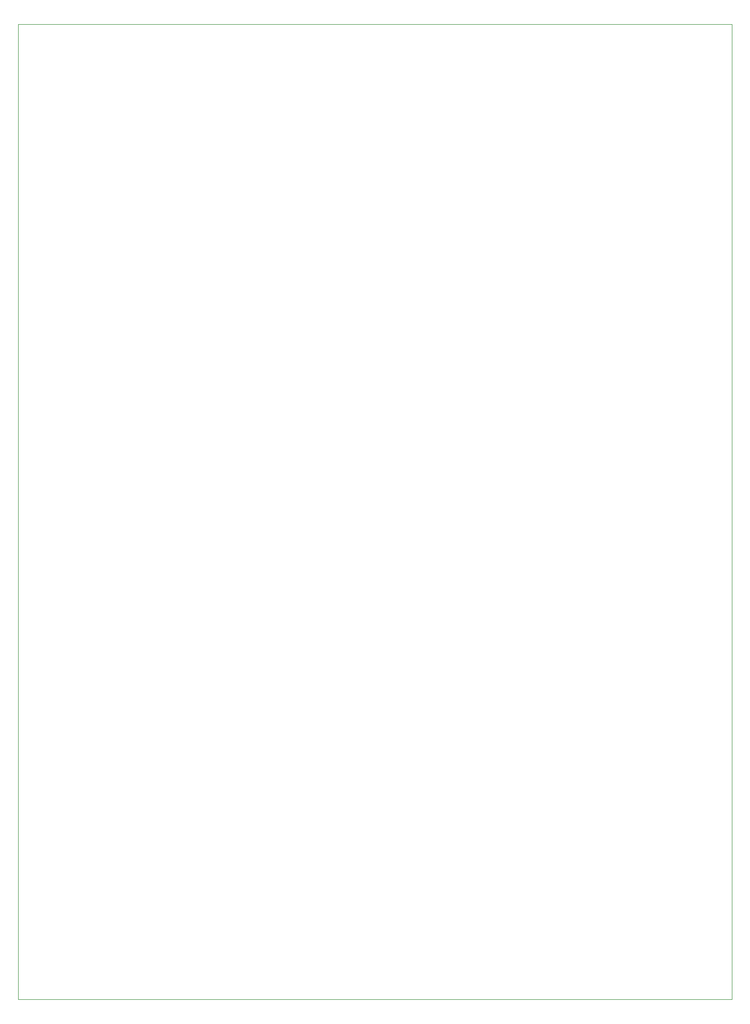
<source format=gbr>
%TF.GenerationSoftware,KiCad,Pcbnew,5.1.6-c6e7f7d~87~ubuntu18.04.1*%
%TF.CreationDate,2020-08-28T14:58:37-05:00*%
%TF.ProjectId,test_pcb,74657374-5f70-4636-922e-6b696361645f,rev?*%
%TF.SameCoordinates,Original*%
%TF.FileFunction,Profile,NP*%
%FSLAX46Y46*%
G04 Gerber Fmt 4.6, Leading zero omitted, Abs format (unit mm)*
G04 Created by KiCad (PCBNEW 5.1.6-c6e7f7d~87~ubuntu18.04.1) date 2020-08-28 14:58:37*
%MOMM*%
%LPD*%
G01*
G04 APERTURE LIST*
%TA.AperFunction,Profile*%
%ADD10C,0.050000*%
%TD*%
G04 APERTURE END LIST*
D10*
X83750000Y-177500000D02*
X107500000Y-177500000D01*
X83750000Y-132500000D02*
X83750000Y-177500000D01*
X203750000Y-177500000D02*
X172500000Y-177500000D01*
X203750000Y-132500000D02*
X203750000Y-177500000D01*
X83750000Y-13750000D02*
X83750000Y-92500000D01*
X203750000Y-13750000D02*
X83750000Y-13750000D01*
X203750000Y-132500000D02*
X203750000Y-13750000D01*
X107500000Y-177500000D02*
X172500000Y-177500000D01*
X83750000Y-91250000D02*
X83750000Y-132500000D01*
M02*

</source>
